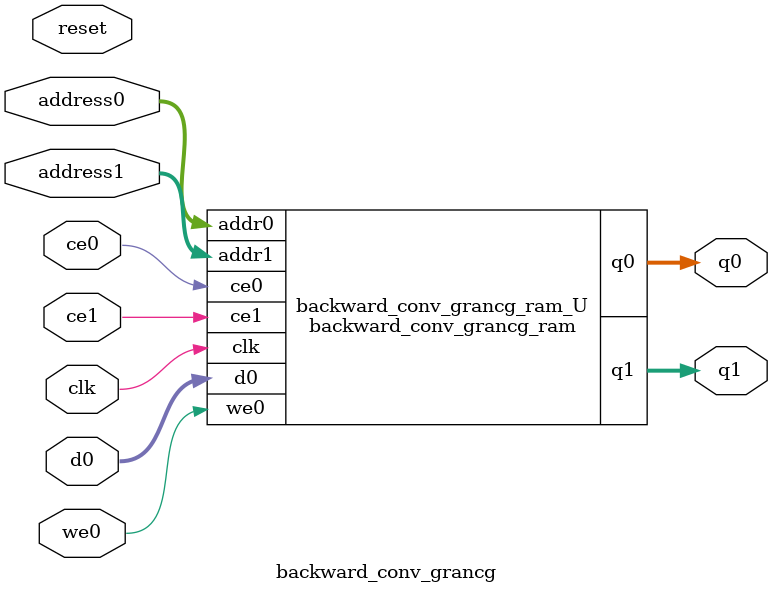
<source format=v>
`timescale 1 ns / 1 ps
module backward_conv_grancg_ram (addr0, ce0, d0, we0, q0, addr1, ce1, q1,  clk);

parameter DWIDTH = 32;
parameter AWIDTH = 8;
parameter MEM_SIZE = 144;

input[AWIDTH-1:0] addr0;
input ce0;
input[DWIDTH-1:0] d0;
input we0;
output reg[DWIDTH-1:0] q0;
input[AWIDTH-1:0] addr1;
input ce1;
output reg[DWIDTH-1:0] q1;
input clk;

(* ram_style = "block" *)reg [DWIDTH-1:0] ram[0:MEM_SIZE-1];




always @(posedge clk)  
begin 
    if (ce0) 
    begin
        if (we0) 
        begin 
            ram[addr0] <= d0; 
        end 
        q0 <= ram[addr0];
    end
end


always @(posedge clk)  
begin 
    if (ce1) 
    begin
        q1 <= ram[addr1];
    end
end


endmodule

`timescale 1 ns / 1 ps
module backward_conv_grancg(
    reset,
    clk,
    address0,
    ce0,
    we0,
    d0,
    q0,
    address1,
    ce1,
    q1);

parameter DataWidth = 32'd32;
parameter AddressRange = 32'd144;
parameter AddressWidth = 32'd8;
input reset;
input clk;
input[AddressWidth - 1:0] address0;
input ce0;
input we0;
input[DataWidth - 1:0] d0;
output[DataWidth - 1:0] q0;
input[AddressWidth - 1:0] address1;
input ce1;
output[DataWidth - 1:0] q1;



backward_conv_grancg_ram backward_conv_grancg_ram_U(
    .clk( clk ),
    .addr0( address0 ),
    .ce0( ce0 ),
    .we0( we0 ),
    .d0( d0 ),
    .q0( q0 ),
    .addr1( address1 ),
    .ce1( ce1 ),
    .q1( q1 ));

endmodule


</source>
